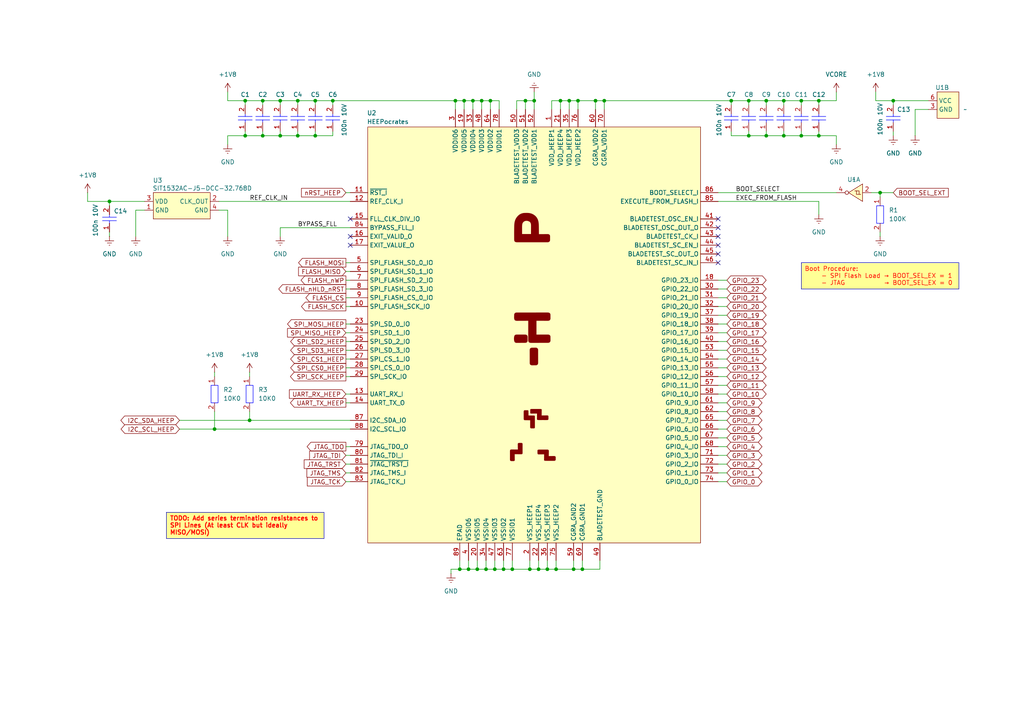
<source format=kicad_sch>
(kicad_sch (version 20231120) (generator "eeschema") (generator_version "8.0")
  (paper "A4")
  (lib_symbols
    (symbol "X-MODs_SchLib:CRCW0402100KFKEDC"
      (property "Reference" "R" (at -4.064 5.588 0))
      (property "Value" "100K" (at -4.064 3.302 0))
      (symbol "CRCW0402100KFKEDC_1_1"
        (pin passive line (at -5.08 0 0) (length 2.54) (name "") (number "1"))
        (pin passive line (at 5.08 0 180) (length 2.54) (name "") (number "2"))
      )
    )
    (symbol "X-MODs_SchLib:CRCW040210K0FKEDHP"
      (property "Reference" "R" (at -4.064 5.588 0))
      (property "Value" "10K0" (at -4.064 3.302 0))
      (symbol "CRCW040210K0FKEDHP_1_1"
        (pin passive line (at -5.08 0 0) (length 2.54) (name "") (number "1"))
        (pin passive line (at 5.08 0 180) (length 2.54) (name "") (number "2"))
      )
    )
    (symbol "X-MODs_SchLib:GRM155R71A104JA01D"
      (property "Reference" "C" (at -4.826 5.588 0))
      (property "Value" "100n 10V" (at -4.826 3.302 0))
      (symbol "GRM155R71A104JA01D_1_1"
        (pin passive line (at -3.81 0 0) (length 2.54) (name "") (number "1"))
        (pin passive line (at 3.81 0 180) (length 2.54) (name "") (number "2"))
      )
    )
    (symbol "X-MODs_SchLib:HEEPocrates"
      (property "Reference" "U" (at -0.254 2.794 0))
      (property "Value" " HEEPocrates" (at -1.27 1.016 0))
      (symbol "HEEPocrates_1_1"
        (pin power_in line (at 53.34 5.08 270) (length 5.08) (name "VDD_HEEP1") (number "1"))
        (pin bidirectional line (at -5.08 -52.07 0) (length 5.08) (name "SPI_FLASH_SCK_IO") (number "10"))
        (pin input line (at -5.08 -19.05 0) (length 5.08) (name "~{RST_I}") (number "11"))
        (pin input line (at -5.08 -21.59 0) (length 5.08) (name "REF_CLK_I") (number "12"))
        (pin bidirectional line (at -5.08 -77.47 0) (length 5.08) (name "UART_RX_I") (number "13"))
        (pin bidirectional line (at -5.08 -80.01 0) (length 5.08) (name "UART_TX_O") (number "14"))
        (pin bidirectional line (at -5.08 -26.67 0) (length 5.08) (name "FLL_CLK_DIV_IO") (number "15"))
        (pin bidirectional line (at -5.08 -31.75 0) (length 5.08) (name "EXIT_VALID_O") (number "16"))
        (pin bidirectional line (at -5.08 -34.29 0) (length 5.08) (name "EXIT_VALUE_O") (number "17"))
        (pin bidirectional line (at 101.6 -44.45 180) (length 5.08) (name "GPIO_23_IO") (number "18"))
        (pin power_in line (at 27.94 5.08 270) (length 5.08) (name "VDDIO5") (number "19"))
        (pin power_in line (at 46.99 -125.73 90) (length 5.08) (name "VSS_HEEP1") (number "2"))
        (pin power_in line (at 31.75 -125.73 90) (length 5.08) (name "VSSIO5") (number "20"))
        (pin power_in line (at 55.88 5.08 270) (length 5.08) (name "VDD_HEEP4") (number "21"))
        (pin power_in line (at 49.53 -125.73 90) (length 5.08) (name "VSS_HEEP4") (number "22"))
        (pin bidirectional line (at -5.08 -57.15 0) (length 5.08) (name "SPI_SD_0_IO") (number "23"))
        (pin bidirectional line (at -5.08 -59.69 0) (length 5.08) (name "SPI_SD_1_IO") (number "24"))
        (pin bidirectional line (at -5.08 -62.23 0) (length 5.08) (name "SPI_SD_2_IO") (number "25"))
        (pin bidirectional line (at -5.08 -64.77 0) (length 5.08) (name "SPI_SD_3_IO") (number "26"))
        (pin bidirectional line (at -5.08 -67.31 0) (length 5.08) (name "SPI_CS_1_IO") (number "27"))
        (pin bidirectional line (at -5.08 -69.85 0) (length 5.08) (name "SPI_CS_0_IO") (number "28"))
        (pin bidirectional line (at -5.08 -72.39 0) (length 5.08) (name "SPI_SCK_IO") (number "29"))
        (pin power_in line (at 25.4 5.08 270) (length 5.08) (name "VDDIO6") (number "3"))
        (pin bidirectional line (at 101.6 -46.99 180) (length 5.08) (name "GPIO_22_IO") (number "30"))
        (pin bidirectional line (at 101.6 -49.53 180) (length 5.08) (name "GPIO_21_IO") (number "31"))
        (pin bidirectional line (at 101.6 -52.07 180) (length 5.08) (name "GPIO_20_IO") (number "32"))
        (pin power_in line (at 30.48 5.08 270) (length 5.08) (name "VDDIO4") (number "33"))
        (pin power_in line (at 34.29 -125.73 90) (length 5.08) (name "VSSIO4") (number "34"))
        (pin power_in line (at 58.42 5.08 270) (length 5.08) (name "VDD_HEEP3") (number "35"))
        (pin power_in line (at 52.07 -125.73 90) (length 5.08) (name "VSS_HEEP3") (number "36"))
        (pin bidirectional line (at 101.6 -54.61 180) (length 5.08) (name "GPIO_19_IO") (number "37"))
        (pin bidirectional line (at 101.6 -57.15 180) (length 5.08) (name "GPIO_18_IO") (number "38"))
        (pin bidirectional line (at 101.6 -59.69 180) (length 5.08) (name "GPIO_17_IO") (number "39"))
        (pin power_in line (at 29.21 -125.73 90) (length 5.08) (name "VSSIO6") (number "4"))
        (pin bidirectional line (at 101.6 -62.23 180) (length 5.08) (name "GPIO_16_IO") (number "40"))
        (pin input line (at 101.6 -26.67 180) (length 5.08) (name "BLADETEST_OSC_EN_I") (number "41"))
        (pin output line (at 101.6 -29.21 180) (length 5.08) (name "BLADETEST_OSC_OUT_O") (number "42"))
        (pin input line (at 101.6 -31.75 180) (length 5.08) (name "BLADETEST_CK_I") (number "43"))
        (pin input line (at 101.6 -34.29 180) (length 5.08) (name "BLADETEST_SC_EN_I") (number "44"))
        (pin output line (at 101.6 -36.83 180) (length 5.08) (name "BLADETEST_SC_OUT_O") (number "45"))
        (pin input line (at 101.6 -39.37 180) (length 5.08) (name "BLADETEST_SC_IN_I") (number "46"))
        (pin power_in line (at 36.83 -125.73 90) (length 5.08) (name "VSSIO3") (number "47"))
        (pin power_in line (at 33.02 5.08 270) (length 5.08) (name "VDDIO3") (number "48"))
        (pin power_in line (at 67.31 -125.73 90) (length 5.08) (name "BLADETEST_GND") (number "49"))
        (pin bidirectional line (at -5.08 -39.37 0) (length 5.08) (name "SPI_FLASH_SD_0_IO") (number "5"))
        (pin power_in line (at 43.18 5.08 270) (length 5.08) (name "BLADETEST_VDD3") (number "50"))
        (pin power_in line (at 45.72 5.08 270) (length 5.08) (name "BLADETEST_VDD2") (number "51"))
        (pin power_in line (at 48.26 5.08 270) (length 5.08) (name "BLADETEST_VDD1") (number "52"))
        (pin bidirectional line (at 101.6 -64.77 180) (length 5.08) (name "GPIO_15_IO") (number "53"))
        (pin bidirectional line (at 101.6 -67.31 180) (length 5.08) (name "GPIO_14_IO") (number "54"))
        (pin bidirectional line (at 101.6 -69.85 180) (length 5.08) (name "GPIO_13_IO") (number "55"))
        (pin bidirectional line (at 101.6 -72.39 180) (length 5.08) (name "GPIO_12_IO") (number "56"))
        (pin bidirectional line (at 101.6 -74.93 180) (length 5.08) (name "GPIO_11_IO") (number "57"))
        (pin bidirectional line (at 101.6 -77.47 180) (length 5.08) (name "GPIO_10_IO") (number "58"))
        (pin power_in line (at 59.69 -125.73 90) (length 5.08) (name "CGRA_GND2") (number "59"))
        (pin bidirectional line (at -5.08 -41.91 0) (length 5.08) (name "SPI_FLASH_SD_1_IO") (number "6"))
        (pin power_in line (at 66.04 5.08 270) (length 5.08) (name "CGRA_VDD2") (number "60"))
        (pin bidirectional line (at 101.6 -80.01 180) (length 5.08) (name "GPIO_9_IO") (number "61"))
        (pin bidirectional line (at 101.6 -82.55 180) (length 5.08) (name "GPIO_8_IO") (number "62"))
        (pin power_in line (at 39.37 -125.73 90) (length 5.08) (name "VSSIO2") (number "63"))
        (pin power_in line (at 35.56 5.08 270) (length 5.08) (name "VDDIO2") (number "64"))
        (pin bidirectional line (at 101.6 -85.09 180) (length 5.08) (name "GPIO_7_IO") (number "65"))
        (pin bidirectional line (at 101.6 -87.63 180) (length 5.08) (name "GPIO_6_IO") (number "66"))
        (pin bidirectional line (at 101.6 -90.17 180) (length 5.08) (name "GPIO_5_IO") (number "67"))
        (pin bidirectional line (at 101.6 -92.71 180) (length 5.08) (name "GPIO_4_IO") (number "68"))
        (pin power_in line (at 62.23 -125.73 90) (length 5.08) (name "CGRA_GND1") (number "69"))
        (pin bidirectional line (at -5.08 -44.45 0) (length 5.08) (name "SPI_FLASH_SD_2_IO") (number "7"))
        (pin power_in line (at 68.58 5.08 270) (length 5.08) (name "CGRA_VDD1") (number "70"))
        (pin bidirectional line (at 101.6 -95.25 180) (length 5.08) (name "GPIO_3_IO") (number "71"))
        (pin bidirectional line (at 101.6 -97.79 180) (length 5.08) (name "GPIO_2_IO") (number "72"))
        (pin bidirectional line (at 101.6 -100.33 180) (length 5.08) (name "GPIO_1_IO") (number "73"))
        (pin bidirectional line (at 101.6 -102.87 180) (length 5.08) (name "GPIO_0_IO") (number "74"))
        (pin power_in line (at 54.61 -125.73 90) (length 5.08) (name "VSS_HEEP2") (number "75"))
        (pin power_in line (at 60.96 5.08 270) (length 5.08) (name "VDD_HEEP2") (number "76"))
        (pin power_in line (at 41.91 -125.73 90) (length 5.08) (name "VSSIO1") (number "77"))
        (pin power_in line (at 38.1 5.08 270) (length 5.08) (name "VDDIO1") (number "78"))
        (pin output line (at -5.08 -92.71 0) (length 5.08) (name "JTAG_TDO_O") (number "79"))
        (pin bidirectional line (at -5.08 -46.99 0) (length 5.08) (name "SPI_FLASH_SD_3_IO") (number "8"))
        (pin input line (at -5.08 -95.25 0) (length 5.08) (name "JTAG_TDI_I") (number "80"))
        (pin input line (at -5.08 -97.79 0) (length 5.08) (name "~{JTAG_TRST_I}") (number "81"))
        (pin input line (at -5.08 -100.33 0) (length 5.08) (name "JTAG_TMS_I") (number "82"))
        (pin input line (at -5.08 -102.87 0) (length 5.08) (name "JTAG_TCK_I") (number "83"))
        (pin input line (at -5.08 -29.21 0) (length 5.08) (name "BYPASS_FLL_I") (number "84"))
        (pin input line (at 101.6 -21.59 180) (length 5.08) (name "EXECUTE_FROM_FLASH_I") (number "85"))
        (pin input line (at 101.6 -19.05 180) (length 5.08) (name "BOOT_SELECT_I") (number "86"))
        (pin bidirectional line (at -5.08 -85.09 0) (length 5.08) (name "I2C_SDA_IO") (number "87"))
        (pin bidirectional line (at -5.08 -87.63 0) (length 5.08) (name "I2C_SCL_IO") (number "88"))
        (pin power_in line (at 26.67 -125.73 90) (length 5.08) (name "EPAD") (number "89"))
        (pin bidirectional line (at -5.08 -49.53 0) (length 5.08) (name "SPI_FLASH_CS_0_IO") (number "9"))
      )
    )
    (symbol "X-MODs_SchLib:SIT1532AC-J5-DCC-32.768D"
      (property "Reference" "U" (at -0.254 2.794 0))
      (property "Value" "SIT1532AC-J5-DCC-32.768D" (at -0.254 1.016 0))
      (symbol "SIT1532AC-J5-DCC-32.768D_1_1"
        (pin passive line (at -2.54 -5.08 0) (length 2.54) (name "GND") (number "1"))
        (pin passive line (at 19.05 -2.54 180) (length 2.54) (name "CLK_OUT") (number "2"))
        (pin passive line (at -2.54 -2.54 0) (length 2.54) (name "VDD") (number "3"))
        (pin passive line (at 19.05 -5.08 180) (length 2.54) (name "GND") (number "4"))
      )
    )
    (symbol "X-MODs_SchLib:SN74AUP1G14DSFR"
      (property "Reference" "U" (at 0.762 1.016 0))
      (symbol "SN74AUP1G14DSFR_1_1"
        (pin passive line (at -2.54 -2.54 0) (length 2.54) (name "") (number "2"))
        (pin passive line (at 7.62 -2.54 180) (length 2.54) (name "") (number "4"))
      )
      (symbol "SN74AUP1G14DSFR_2_1"
        (pin no_connect line (at 6.35 -1.27 180) (length 2.54) hide (name "") (number "1"))
        (pin passive line (at -2.54 -5.08 0) (length 2.54) (name "GND") (number "3"))
        (pin no_connect line (at 6.35 -6.35 180) (length 2.54) hide (name "") (number "5"))
        (pin passive line (at -2.54 -2.54 0) (length 2.54) (name "VCC") (number "6"))
      )
    )
    (symbol "power:+1V8" (power) (pin_numbers hide) (pin_names (offset 0) hide)
      (property "Value" "+1V8" (at 0 3.556 0))
      (symbol "+1V8_1_1"
        (pin power_in line (at 0 0 90) (length 0) (name "~") (number "1"))
      )
    )
    (symbol "power:Earth" (power) (pin_numbers hide) (pin_names (offset 0) hide)
      (property "Value" "Earth" (at 0 -3.81 0))
      (symbol "Earth_1_1"
        (pin power_in line (at 0 0 270) (length 0) (name "~") (number "1"))
      )
    )
  )
  (junction (at 222.25 29.21))
  (junction (at 232.41 39.37))
  (junction (at 137.16 29.21))
  (junction (at 217.17 29.21))
  (junction (at 167.64 29.21))
  (junction (at 168.91 165.1))
  (junction (at 172.72 29.21))
  (junction (at 146.05 165.1))
  (junction (at 71.12 29.21))
  (junction (at 259.08 29.21))
  (junction (at 134.62 29.21))
  (junction (at 255.27 55.88))
  (junction (at 148.59 165.1))
  (junction (at 227.33 29.21))
  (junction (at 76.2 29.21))
  (junction (at 62.23 124.46))
  (junction (at 156.21 165.1))
  (junction (at 212.09 29.21))
  (junction (at 232.41 29.21))
  (junction (at 158.75 165.1))
  (junction (at 237.49 39.37))
  (junction (at 138.43 165.1))
  (junction (at 142.24 29.21))
  (junction (at 217.17 39.37))
  (junction (at 133.35 165.1))
  (junction (at 161.29 165.1))
  (junction (at 132.08 29.21))
  (junction (at 227.33 39.37))
  (junction (at 152.4 29.21))
  (junction (at 91.44 29.21))
  (junction (at 237.49 29.21))
  (junction (at 153.67 165.1))
  (junction (at 140.97 165.1))
  (junction (at 86.36 39.37))
  (junction (at 31.75 58.42))
  (junction (at 154.94 29.21))
  (junction (at 96.52 29.21))
  (junction (at 91.44 39.37))
  (junction (at 166.37 165.1))
  (junction (at 162.56 29.21))
  (junction (at 81.28 29.21))
  (junction (at 175.26 29.21))
  (junction (at 143.51 165.1))
  (junction (at 222.25 39.37))
  (junction (at 165.1 29.21))
  (junction (at 139.7 29.21))
  (junction (at 76.2 39.37))
  (junction (at 135.89 165.1))
  (junction (at 71.12 39.37))
  (junction (at 72.39 121.92))
  (junction (at 81.28 39.37))
  (junction (at 86.36 29.21))
  (no_connect (at 208.28 73.66))
  (no_connect (at 208.28 66.04))
  (no_connect (at 208.28 76.2))
  (no_connect (at 101.6 63.5))
  (no_connect (at 208.28 68.58))
  (no_connect (at 101.6 71.12))
  (no_connect (at 208.28 71.12))
  (no_connect (at 208.28 63.5))
  (no_connect (at 101.6 68.58))
  (wire (pts (xy 100.33 83.82) (xy 101.6 83.82)))
  (wire (pts (xy 148.59 165.1) (xy 146.05 165.1)))
  (wire (pts (xy 208.28 132.08) (xy 210.82 132.08)))
  (wire (pts (xy 66.04 39.37) (xy 71.12 39.37)))
  (wire (pts (xy 222.25 39.37) (xy 222.25 38.1)))
  (wire (pts (xy 149.86 29.21) (xy 152.4 29.21)))
  (wire (pts (xy 208.28 139.7) (xy 210.82 139.7)))
  (wire (pts (xy 242.57 29.21) (xy 237.49 29.21)))
  (wire (pts (xy 25.4 55.88) (xy 25.4 58.42)))
  (wire (pts (xy 167.64 29.21) (xy 167.64 31.75)))
  (wire (pts (xy 208.28 109.22) (xy 210.82 109.22)))
  (wire (pts (xy 255.27 55.88) (xy 255.27 57.15)))
  (wire (pts (xy 143.51 162.56) (xy 143.51 165.1)))
  (wire (pts (xy 91.44 29.21) (xy 91.44 30.48)))
  (wire (pts (xy 100.33 86.36) (xy 101.6 86.36)))
  (wire (pts (xy 100.33 132.08) (xy 101.6 132.08)))
  (wire (pts (xy 172.72 29.21) (xy 175.26 29.21)))
  (wire (pts (xy 208.28 99.06) (xy 210.82 99.06)))
  (wire (pts (xy 161.29 165.1) (xy 166.37 165.1)))
  (wire (pts (xy 100.33 116.84) (xy 101.6 116.84)))
  (wire (pts (xy 154.94 26.67) (xy 154.94 29.21)))
  (wire (pts (xy 130.81 165.1) (xy 133.35 165.1)))
  (wire (pts (xy 100.33 134.62) (xy 101.6 134.62)))
  (wire (pts (xy 232.41 29.21) (xy 237.49 29.21)))
  (wire (pts (xy 71.12 39.37) (xy 76.2 39.37)))
  (wire (pts (xy 137.16 29.21) (xy 137.16 31.75)))
  (wire (pts (xy 208.28 124.46) (xy 210.82 124.46)))
  (wire (pts (xy 139.7 29.21) (xy 139.7 31.75)))
  (wire (pts (xy 100.33 106.68) (xy 101.6 106.68)))
  (wire (pts (xy 100.33 81.28) (xy 101.6 81.28)))
  (wire (pts (xy 158.75 162.56) (xy 158.75 165.1)))
  (wire (pts (xy 160.02 29.21) (xy 160.02 31.75)))
  (wire (pts (xy 242.57 39.37) (xy 237.49 39.37)))
  (wire (pts (xy 25.4 58.42) (xy 31.75 58.42)))
  (wire (pts (xy 242.57 41.91) (xy 242.57 39.37)))
  (wire (pts (xy 134.62 29.21) (xy 134.62 31.75)))
  (wire (pts (xy 208.28 127) (xy 210.82 127)))
  (wire (pts (xy 100.33 55.88) (xy 101.6 55.88)))
  (wire (pts (xy 154.94 29.21) (xy 154.94 31.75)))
  (wire (pts (xy 100.33 139.7) (xy 101.6 139.7)))
  (wire (pts (xy 100.33 114.3) (xy 101.6 114.3)))
  (wire (pts (xy 91.44 29.21) (xy 96.52 29.21)))
  (wire (pts (xy 254 26.67) (xy 254 29.21)))
  (wire (pts (xy 259.08 38.1) (xy 259.08 39.37)))
  (wire (pts (xy 175.26 29.21) (xy 212.09 29.21)))
  (wire (pts (xy 156.21 165.1) (xy 153.67 165.1)))
  (wire (pts (xy 167.64 29.21) (xy 172.72 29.21)))
  (wire (pts (xy 168.91 162.56) (xy 168.91 165.1)))
  (wire (pts (xy 100.33 99.06) (xy 101.6 99.06)))
  (wire (pts (xy 71.12 29.21) (xy 76.2 29.21)))
  (wire (pts (xy 165.1 29.21) (xy 167.64 29.21)))
  (wire (pts (xy 212.09 38.1) (xy 212.09 39.37)))
  (wire (pts (xy 148.59 162.56) (xy 148.59 165.1)))
  (wire (pts (xy 208.28 104.14) (xy 210.82 104.14)))
  (wire (pts (xy 165.1 29.21) (xy 165.1 31.75)))
  (wire (pts (xy 96.52 29.21) (xy 132.08 29.21)))
  (wire (pts (xy 52.07 124.46) (xy 62.23 124.46)))
  (wire (pts (xy 100.33 93.98) (xy 101.6 93.98)))
  (wire (pts (xy 217.17 39.37) (xy 222.25 39.37)))
  (wire (pts (xy 100.33 88.9) (xy 101.6 88.9)))
  (wire (pts (xy 96.52 29.21) (xy 96.52 30.48)))
  (wire (pts (xy 140.97 162.56) (xy 140.97 165.1)))
  (wire (pts (xy 81.28 39.37) (xy 86.36 39.37)))
  (wire (pts (xy 96.52 39.37) (xy 91.44 39.37)))
  (wire (pts (xy 146.05 162.56) (xy 146.05 165.1)))
  (wire (pts (xy 208.28 93.98) (xy 210.82 93.98)))
  (wire (pts (xy 208.28 81.28) (xy 210.82 81.28)))
  (wire (pts (xy 72.39 121.92) (xy 101.6 121.92)))
  (wire (pts (xy 173.99 162.56) (xy 173.99 165.1)))
  (wire (pts (xy 259.08 29.21) (xy 259.08 30.48)))
  (wire (pts (xy 96.52 38.1) (xy 96.52 39.37)))
  (wire (pts (xy 31.75 58.42) (xy 31.75 59.69)))
  (wire (pts (xy 208.28 137.16) (xy 210.82 137.16)))
  (wire (pts (xy 142.24 29.21) (xy 142.24 31.75)))
  (wire (pts (xy 156.21 165.1) (xy 158.75 165.1)))
  (wire (pts (xy 71.12 38.1) (xy 71.12 39.37)))
  (wire (pts (xy 101.6 58.42) (xy 63.5 58.42)))
  (wire (pts (xy 130.81 165.1) (xy 130.81 166.37)))
  (wire (pts (xy 227.33 29.21) (xy 232.41 29.21)))
  (wire (pts (xy 148.59 165.1) (xy 153.67 165.1)))
  (wire (pts (xy 265.43 31.75) (xy 265.43 39.37)))
  (wire (pts (xy 100.33 76.2) (xy 101.6 76.2)))
  (wire (pts (xy 133.35 165.1) (xy 135.89 165.1)))
  (wire (pts (xy 212.09 39.37) (xy 217.17 39.37)))
  (wire (pts (xy 91.44 38.1) (xy 91.44 39.37)))
  (wire (pts (xy 86.36 29.21) (xy 86.36 30.48)))
  (wire (pts (xy 81.28 66.04) (xy 81.28 68.58)))
  (wire (pts (xy 139.7 29.21) (xy 137.16 29.21)))
  (wire (pts (xy 149.86 31.75) (xy 149.86 29.21)))
  (wire (pts (xy 100.33 129.54) (xy 101.6 129.54)))
  (wire (pts (xy 41.91 60.96) (xy 39.37 60.96)))
  (wire (pts (xy 237.49 39.37) (xy 232.41 39.37)))
  (wire (pts (xy 100.33 101.6) (xy 101.6 101.6)))
  (wire (pts (xy 76.2 29.21) (xy 76.2 30.48)))
  (wire (pts (xy 208.28 129.54) (xy 210.82 129.54)))
  (wire (pts (xy 135.89 165.1) (xy 135.89 162.56)))
  (wire (pts (xy 63.5 60.96) (xy 66.04 60.96)))
  (wire (pts (xy 208.28 111.76) (xy 210.82 111.76)))
  (wire (pts (xy 161.29 162.56) (xy 161.29 165.1)))
  (wire (pts (xy 208.28 58.42) (xy 237.49 58.42)))
  (wire (pts (xy 162.56 29.21) (xy 162.56 31.75)))
  (wire (pts (xy 222.25 29.21) (xy 222.25 30.48)))
  (wire (pts (xy 86.36 39.37) (xy 91.44 39.37)))
  (wire (pts (xy 237.49 29.21) (xy 237.49 30.48)))
  (wire (pts (xy 222.25 39.37) (xy 227.33 39.37)))
  (wire (pts (xy 71.12 30.48) (xy 71.12 29.21)))
  (wire (pts (xy 208.28 114.3) (xy 210.82 114.3)))
  (wire (pts (xy 237.49 38.1) (xy 237.49 39.37)))
  (wire (pts (xy 208.28 86.36) (xy 210.82 86.36)))
  (wire (pts (xy 140.97 165.1) (xy 138.43 165.1)))
  (wire (pts (xy 100.33 96.52) (xy 101.6 96.52)))
  (wire (pts (xy 100.33 109.22) (xy 101.6 109.22)))
  (wire (pts (xy 208.28 83.82) (xy 210.82 83.82)))
  (wire (pts (xy 208.28 96.52) (xy 210.82 96.52)))
  (wire (pts (xy 100.33 104.14) (xy 101.6 104.14)))
  (wire (pts (xy 222.25 29.21) (xy 227.33 29.21)))
  (wire (pts (xy 237.49 58.42) (xy 237.49 62.23)))
  (wire (pts (xy 86.36 39.37) (xy 86.36 38.1)))
  (wire (pts (xy 41.91 58.42) (xy 31.75 58.42)))
  (wire (pts (xy 166.37 162.56) (xy 166.37 165.1)))
  (wire (pts (xy 81.28 29.21) (xy 81.28 30.48)))
  (wire (pts (xy 132.08 29.21) (xy 132.08 31.75)))
  (wire (pts (xy 217.17 29.21) (xy 217.17 30.48)))
  (wire (pts (xy 242.57 26.67) (xy 242.57 29.21)))
  (wire (pts (xy 137.16 29.21) (xy 134.62 29.21)))
  (wire (pts (xy 52.07 121.92) (xy 72.39 121.92)))
  (wire (pts (xy 161.29 165.1) (xy 158.75 165.1)))
  (wire (pts (xy 81.28 39.37) (xy 81.28 38.1)))
  (wire (pts (xy 76.2 29.21) (xy 81.28 29.21)))
  (wire (pts (xy 100.33 78.74) (xy 101.6 78.74)))
  (wire (pts (xy 39.37 60.96) (xy 39.37 68.58)))
  (wire (pts (xy 138.43 165.1) (xy 135.89 165.1)))
  (wire (pts (xy 156.21 162.56) (xy 156.21 165.1)))
  (wire (pts (xy 62.23 107.95) (xy 62.23 109.22)))
  (wire (pts (xy 208.28 106.68) (xy 210.82 106.68)))
  (wire (pts (xy 76.2 39.37) (xy 81.28 39.37)))
  (wire (pts (xy 212.09 30.48) (xy 212.09 29.21)))
  (wire (pts (xy 208.28 88.9) (xy 210.82 88.9)))
  (wire (pts (xy 144.78 31.75) (xy 144.78 29.21)))
  (wire (pts (xy 81.28 66.04) (xy 101.6 66.04)))
  (wire (pts (xy 208.28 119.38) (xy 210.82 119.38)))
  (wire (pts (xy 232.41 38.1) (xy 232.41 39.37)))
  (wire (pts (xy 162.56 29.21) (xy 165.1 29.21)))
  (wire (pts (xy 265.43 31.75) (xy 269.24 31.75)))
  (wire (pts (xy 72.39 119.38) (xy 72.39 121.92)))
  (wire (pts (xy 227.33 29.21) (xy 227.33 30.48)))
  (wire (pts (xy 62.23 124.46) (xy 101.6 124.46)))
  (wire (pts (xy 86.36 29.21) (xy 91.44 29.21)))
  (wire (pts (xy 217.17 29.21) (xy 222.25 29.21)))
  (wire (pts (xy 81.28 29.21) (xy 86.36 29.21)))
  (wire (pts (xy 144.78 29.21) (xy 142.24 29.21)))
  (wire (pts (xy 168.91 165.1) (xy 166.37 165.1)))
  (wire (pts (xy 227.33 39.37) (xy 227.33 38.1)))
  (wire (pts (xy 255.27 67.31) (xy 255.27 68.58)))
  (wire (pts (xy 168.91 165.1) (xy 173.99 165.1)))
  (wire (pts (xy 66.04 26.67) (xy 66.04 29.21)))
  (wire (pts (xy 160.02 29.21) (xy 162.56 29.21)))
  (wire (pts (xy 138.43 162.56) (xy 138.43 165.1)))
  (wire (pts (xy 208.28 116.84) (xy 210.82 116.84)))
  (wire (pts (xy 208.28 91.44) (xy 210.82 91.44)))
  (wire (pts (xy 254 29.21) (xy 259.08 29.21)))
  (wire (pts (xy 152.4 29.21) (xy 152.4 31.75)))
  (wire (pts (xy 143.51 165.1) (xy 140.97 165.1)))
  (wire (pts (xy 31.75 67.31) (xy 31.75 68.58)))
  (wire (pts (xy 208.28 134.62) (xy 210.82 134.62)))
  (wire (pts (xy 146.05 165.1) (xy 143.51 165.1)))
  (wire (pts (xy 66.04 29.21) (xy 71.12 29.21)))
  (wire (pts (xy 152.4 29.21) (xy 154.94 29.21)))
  (wire (pts (xy 227.33 39.37) (xy 232.41 39.37)))
  (wire (pts (xy 62.23 119.38) (xy 62.23 124.46)))
  (wire (pts (xy 208.28 121.92) (xy 210.82 121.92)))
  (wire (pts (xy 232.41 29.21) (xy 232.41 30.48)))
  (wire (pts (xy 208.28 101.6) (xy 210.82 101.6)))
  (wire (pts (xy 153.67 162.56) (xy 153.67 165.1)))
  (wire (pts (xy 259.08 29.21) (xy 269.24 29.21)))
  (wire (pts (xy 208.28 55.88) (xy 242.57 55.88)))
  (wire (pts (xy 175.26 29.21) (xy 175.26 31.75)))
  (wire (pts (xy 66.04 60.96) (xy 66.04 68.58)))
  (wire (pts (xy 255.27 55.88) (xy 259.08 55.88)))
  (wire (pts (xy 217.17 39.37) (xy 217.17 38.1)))
  (wire (pts (xy 172.72 29.21) (xy 172.72 31.75)))
  (wire (pts (xy 100.33 137.16) (xy 101.6 137.16)))
  (wire (pts (xy 252.73 55.88) (xy 255.27 55.88)))
  (wire (pts (xy 134.62 29.21) (xy 132.08 29.21)))
  (wire (pts (xy 133.35 162.56) (xy 133.35 165.1)))
  (wire (pts (xy 72.39 107.95) (xy 72.39 109.22)))
  (wire (pts (xy 76.2 39.37) (xy 76.2 38.1)))
  (wire (pts (xy 142.24 29.21) (xy 139.7 29.21)))
  (wire (pts (xy 212.09 29.21) (xy 217.17 29.21)))
  (wire (pts (xy 66.04 41.91) (xy 66.04 39.37)))
  (text_box "Boot Procedure:\n	- SPI Flash Load → BOOT_SEL_EX = 1\n	- JTAG		   → BOOT_SEL_EX = 0" (at 232.41 76.2 0) (size 45.72 7.62) (fill (type color) (color 255 255 150 1)) (effects (font (size 1.27 1.27)) (justify left top)))
  (text_box "TODO: Add series termination resistances to SPI Lines (At least CLK but ideally MISO/MOSI)" (at 48.26 148.59 0) (size 45.72 7.62) (fill (type color) (color 255 255 150 1)) (effects (font (size 1.27 1.27) (thickness 0.254) (bold yes)) (justify left top)))
  (label "BYPASS_FLL" (at 86.36 66.04 0))
  (label "BOOT_SELECT" (at 213.36 55.88 0))
  (label "REF_CLK_IN" (at 72.39 58.42 0))
  (label "EXEC_FROM_FLASH" (at 213.36 58.42 0))
  (global_label "SPI_CS0_HEEP" (shape output) (at 100.33 106.68 180) (property "Intersheetrefs" "${INTERSHEET_REFS}" (effects (hide yes))))
  (global_label "GPIO_21" (shape bidirectional) (at 210.82 86.36 0) (property "Intersheetrefs" "${INTERSHEET_REFS}" (effects (hide yes))))
  (global_label "GPIO_7" (shape bidirectional) (at 210.82 121.92 0) (property "Intersheetrefs" "${INTERSHEET_REFS}" (effects (hide yes))))
  (global_label "SPI_MISO_HEEP" (shape input) (at 100.33 96.52 180) (property "Intersheetrefs" "${INTERSHEET_REFS}" (effects (hide yes))))
  (global_label "GPIO_15" (shape bidirectional) (at 210.82 101.6 0) (property "Intersheetrefs" "${INTERSHEET_REFS}" (effects (hide yes))))
  (global_label "GPIO_17" (shape bidirectional) (at 210.82 96.52 0) (property "Intersheetrefs" "${INTERSHEET_REFS}" (effects (hide yes))))
  (global_label "GPIO_12" (shape bidirectional) (at 210.82 109.22 0) (property "Intersheetrefs" "${INTERSHEET_REFS}" (effects (hide yes))))
  (global_label "GPIO_10" (shape bidirectional) (at 210.82 114.3 0) (property "Intersheetrefs" "${INTERSHEET_REFS}" (effects (hide yes))))
  (global_label "GPIO_18" (shape bidirectional) (at 210.82 93.98 0) (property "Intersheetrefs" "${INTERSHEET_REFS}" (effects (hide yes))))
  (global_label "GPIO_11" (shape bidirectional) (at 210.82 111.76 0) (property "Intersheetrefs" "${INTERSHEET_REFS}" (effects (hide yes))))
  (global_label "FLASH_MISO" (shape input) (at 100.33 78.74 180) (property "Intersheetrefs" "${INTERSHEET_REFS}" (effects (hide yes))))
  (global_label "JTAG_TDO" (shape output) (at 100.33 129.54 180) (property "Intersheetrefs" "${INTERSHEET_REFS}" (effects (hide yes))))
  (global_label "nRST_HEEP" (shape input) (at 100.33 55.88 180) (property "Intersheetrefs" "${INTERSHEET_REFS}" (effects (hide yes))))
  (global_label "SPI_SD3_HEEP" (shape output) (at 100.33 101.6 180) (property "Intersheetrefs" "${INTERSHEET_REFS}" (effects (hide yes))))
  (global_label "GPIO_4" (shape bidirectional) (at 210.82 129.54 0) (property "Intersheetrefs" "${INTERSHEET_REFS}" (effects (hide yes))))
  (global_label "JTAG_TMS" (shape input) (at 100.33 137.16 180) (property "Intersheetrefs" "${INTERSHEET_REFS}" (effects (hide yes))))
  (global_label "GPIO_23" (shape bidirectional) (at 210.82 81.28 0) (property "Intersheetrefs" "${INTERSHEET_REFS}" (effects (hide yes))))
  (global_label "FLASH_SCK" (shape output) (at 100.33 88.9 180) (property "Intersheetrefs" "${INTERSHEET_REFS}" (effects (hide yes))))
  (global_label "GPIO_9" (shape bidirectional) (at 210.82 116.84 0) (property "Intersheetrefs" "${INTERSHEET_REFS}" (effects (hide yes))))
  (global_label "GPIO_19" (shape bidirectional) (at 210.82 91.44 0) (property "Intersheetrefs" "${INTERSHEET_REFS}" (effects (hide yes))))
  (global_label "I2C_SDA_HEEP" (shape bidirectional) (at 52.07 121.92 180) (property "Intersheetrefs" "${INTERSHEET_REFS}" (effects (hide yes))))
  (global_label "GPIO_16" (shape bidirectional) (at 210.82 99.06 0) (property "Intersheetrefs" "${INTERSHEET_REFS}" (effects (hide yes))))
  (global_label "UART_TX_HEEP" (shape output) (at 100.33 116.84 180) (property "Intersheetrefs" "${INTERSHEET_REFS}" (effects (hide yes))))
  (global_label "I2C_SCL_HEEP" (shape bidirectional) (at 52.07 124.46 180) (property "Intersheetrefs" "${INTERSHEET_REFS}" (effects (hide yes))))
  (global_label "GPIO_2" (shape bidirectional) (at 210.82 134.62 0) (property "Intersheetrefs" "${INTERSHEET_REFS}" (effects (hide yes))))
  (global_label "JTAG_TDI" (shape input) (at 100.33 132.08 180) (property "Intersheetrefs" "${INTERSHEET_REFS}" (effects (hide yes))))
  (global_label "FLASH_nHLD_nRST" (shape output) (at 100.33 83.82 180) (property "Intersheetrefs" "${INTERSHEET_REFS}" (effects (hide yes))))
  (global_label "UART_RX_HEEP" (shape input) (at 100.33 114.3 180) (property "Intersheetrefs" "${INTERSHEET_REFS}" (effects (hide yes))))
  (global_label "GPIO_8" (shape bidirectional) (at 210.82 119.38 0) (property "Intersheetrefs" "${INTERSHEET_REFS}" (effects (hide yes))))
  (global_label "FLASH_nWP" (shape output) (at 100.33 81.28 180) (property "Intersheetrefs" "${INTERSHEET_REFS}" (effects (hide yes))))
  (global_label "GPIO_6" (shape bidirectional) (at 210.82 124.46 0) (property "Intersheetrefs" "${INTERSHEET_REFS}" (effects (hide yes))))
  (global_label "SPI_SD2_HEEP" (shape output) (at 100.33 99.06 180) (property "Intersheetrefs" "${INTERSHEET_REFS}" (effects (hide yes))))
  (global_label "GPIO_1" (shape bidirectional) (at 210.82 137.16 0) (property "Intersheetrefs" "${INTERSHEET_REFS}" (effects (hide yes))))
  (global_label "GPIO_13" (shape bidirectional) (at 210.82 106.68 0) (property "Intersheetrefs" "${INTERSHEET_REFS}" (effects (hide yes))))
  (global_label "JTAG_TRST" (shape input) (at 100.33 134.62 180) (property "Intersheetrefs" "${INTERSHEET_REFS}" (effects (hide yes))))
  (global_label "GPIO_3" (shape bidirectional) (at 210.82 132.08 0) (property "Intersheetrefs" "${INTERSHEET_REFS}" (effects (hide yes))))
  (global_label "SPI_CS1_HEEP" (shape output) (at 100.33 104.14 180) (property "Intersheetrefs" "${INTERSHEET_REFS}" (effects (hide yes))))
  (global_label "GPIO_14" (shape bidirectional) (at 210.82 104.14 0) (property "Intersheetrefs" "${INTERSHEET_REFS}" (effects (hide yes))))
  (global_label "SPI_SCK_HEEP" (shape output) (at 100.33 109.22 180) (property "Intersheetrefs" "${INTERSHEET_REFS}" (effects (hide yes))))
  (global_label "GPIO_22" (shape bidirectional) (at 210.82 83.82 0) (property "Intersheetrefs" "${INTERSHEET_REFS}" (effects (hide yes))))
  (global_label "FLASH_CS" (shape output) (at 100.33 86.36 180) (property "Intersheetrefs" "${INTERSHEET_REFS}" (effects (hide yes))))
  (global_label "GPIO_5" (shape bidirectional) (at 210.82 127 0) (property "Intersheetrefs" "${INTERSHEET_REFS}" (effects (hide yes))))
  (global_label "JTAG_TCK" (shape input) (at 100.33 139.7 180) (property "Intersheetrefs" "${INTERSHEET_REFS}" (effects (hide yes))))
  (global_label "SPI_MOSI_HEEP" (shape output) (at 100.33 93.98 180) (property "Intersheetrefs" "${INTERSHEET_REFS}" (effects (hide yes))))
  (global_label "FLASH_MOSI" (shape output) (at 100.33 76.2 180) (property "Intersheetrefs" "${INTERSHEET_REFS}" (effects (hide yes))))
  (global_label "GPIO_20" (shape bidirectional) (at 210.82 88.9 0) (property "Intersheetrefs" "${INTERSHEET_REFS}" (effects (hide yes))))
  (global_label "BOOT_SEL_EXT" (shape input) (at 259.08 55.88 0) (property "Intersheetrefs" "${INTERSHEET_REFS}" (effects (hide yes))))
  (global_label "GPIO_0" (shape bidirectional) (at 210.82 139.7 0) (property "Intersheetrefs" "${INTERSHEET_REFS}" (effects (hide yes))))
  (symbol (lib_id "power:+1V8") (at 72.39 107.95 0) (unit 1)
    (property "Reference" "#PWR017" (effects (hide yes)))
    (property "Value" "+1V8" (at 72.39 102.87 0))
    (property "Description" "Power symbol creates a global label with name \"+1V8\"" (effects (hide yes)))
  )
  (symbol (lib_id "power:Earth") (at 66.04 68.58 0) (mirror y) (unit 1)
    (property "Reference" "#PWR013" (effects (hide yes)))
    (property "Value" "GND" (at 66.04 73.66 0))
    (property "Description" "Power symbol creates a global label with name \"Earth\"" (effects (hide yes)))
  )
  (symbol (lib_id "X-MODs_SchLib:GRM155R71A104JA01D") (at 217.17 34.29 90) (unit 1)
    (property "Reference" "C8" (at 217.17 27.432 90))
    (property "Value" "100n 10V" (effects (hide yes)))
    (property "Footprint" "X-MODs_PcbLib:C0402" (effects (hide yes)))
    (property "Datasheet" "https://www.mouser.es/datasheet/2/281/1/GRM155R71A104JA01_01A-1984196.pdf" (effects (hide yes)))
    (property "Description" "Multilayer Ceramic Capacitors MLCC - SMD/SMT 0.1 uF 10 VDC 5% 0402 X7R" (effects (hide yes)))
  )
  (symbol (lib_id "X-MODs_SchLib:CRCW040210K0FKEDHP") (at 72.39 114.3 270) (unit 1)
    (property "Reference" "R3" (at 74.93 113.0299 90) (effects (justify left)))
    (property "Value" "10K0" (at 74.93 115.5699 90) (effects (justify left)))
    (property "Footprint" "X-MODs_PcbLib:R0402" (effects (hide yes)))
    (property "Datasheet" "https://www.vishay.com/doc?20043" (effects (hide yes)))
    (property "Description" "Thick Film Resistors - SMD 0.2W 10Kohms 1% High Power AEC-Q200" (effects (hide yes)))
  )
  (symbol (lib_id "power:Earth") (at 265.43 39.37 0) (mirror y) (unit 1)
    (property "Reference" "#PWR06" (effects (hide yes)))
    (property "Value" "GND" (at 265.43 44.45 0))
    (property "Description" "Power symbol creates a global label with name \"Earth\"" (effects (hide yes)))
  )
  (symbol (lib_id "X-MODs_SchLib:HEEPocrates") (at 106.68 36.83 0) (unit 1)
    (property "Reference" "U2" (at 106.426 32.766 0) (effects (justify left)))
    (property "Value" "HEEPocrates" (at 106.426 35.306 0) (effects (justify left)))
    (property "Footprint" "X-MODs_PcbLib:HEEPocrates" (effects (hide yes)))
    (property "Datasheet" "https://x-heep.readthedocs.io/en/latest/" (effects (hide yes)))
    (property "Description" "HEEPocrates" (effects (hide yes)))
  )
  (symbol (lib_id "X-MODs_SchLib:GRM155R71A104JA01D") (at 81.28 34.29 90) (unit 1)
    (property "Reference" "C3" (at 81.28 27.432 90))
    (property "Value" "100n 10V" (effects (hide yes)))
    (property "Footprint" "X-MODs_PcbLib:C0402" (effects (hide yes)))
    (property "Datasheet" "https://www.mouser.es/datasheet/2/281/1/GRM155R71A104JA01_01A-1984196.pdf" (effects (hide yes)))
    (property "Description" "Multilayer Ceramic Capacitors MLCC - SMD/SMT 0.1 uF 10 VDC 5% 0402 X7R" (effects (hide yes)))
  )
  (symbol (lib_id "X-MODs_SchLib:GRM155R71A104JA01D") (at 91.44 34.29 90) (unit 1)
    (property "Reference" "C5" (at 91.44 27.432 90))
    (property "Value" "100n 10V" (effects (hide yes)))
    (property "Footprint" "X-MODs_PcbLib:C0402" (effects (hide yes)))
    (property "Datasheet" "https://www.mouser.es/datasheet/2/281/1/GRM155R71A104JA01_01A-1984196.pdf" (effects (hide yes)))
    (property "Description" "Multilayer Ceramic Capacitors MLCC - SMD/SMT 0.1 uF 10 VDC 5% 0402 X7R" (effects (hide yes)))
  )
  (symbol (lib_id "power:+1V8") (at 62.23 107.95 0) (unit 1)
    (property "Reference" "#PWR016" (effects (hide yes)))
    (property "Value" "+1V8" (at 62.23 102.87 0))
    (property "Description" "Power symbol creates a global label with name \"+1V8\"" (effects (hide yes)))
  )
  (symbol (lib_id "X-MODs_SchLib:CRCW0402100KFKEDC") (at 255.27 62.23 270) (unit 1)
    (property "Reference" "R1" (at 257.81 60.9599 90) (effects (justify left)))
    (property "Value" "100K" (at 257.81 63.4999 90) (effects (justify left)))
    (property "Footprint" "X-MODs_PcbLib:R0402" (effects (hide yes)))
    (property "Datasheet" "https://www.vishay.com/doc?28773" (effects (hide yes)))
    (property "Description" "Thick Film Resistors - SMD 1/16watt 100Kohms 1% Commercial Use" (effects (hide yes)))
  )
  (symbol (lib_id "power:Earth") (at 255.27 68.58 0) (mirror y) (unit 1)
    (property "Reference" "#PWR015" (effects (hide yes)))
    (property "Value" "GND" (at 255.27 73.66 0))
    (property "Description" "Power symbol creates a global label with name \"Earth\"" (effects (hide yes)))
  )
  (symbol (lib_id "power:+1V8") (at 242.57 26.67 0) (unit 1)
    (property "Reference" "#PWR03" (effects (hide yes)))
    (property "Value" "VCORE" (at 242.57 21.59 0))
    (property "Description" "Power symbol creates a global label with name \"+1V8\"" (effects (hide yes)))
  )
  (symbol (lib_id "power:Earth") (at 66.04 41.91 0) (mirror y) (unit 1)
    (property "Reference" "#PWR07" (effects (hide yes)))
    (property "Value" "GND" (at 66.04 46.99 0))
    (property "Description" "Power symbol creates a global label with name \"Earth\"" (effects (hide yes)))
  )
  (symbol (lib_id "X-MODs_SchLib:GRM155R71A104JA01D") (at 237.49 34.29 90) (unit 1)
    (property "Reference" "C12" (at 237.49 27.432 90))
    (property "Value" "100n 10V" (effects (hide yes)))
    (property "Footprint" "X-MODs_PcbLib:C0402" (effects (hide yes)))
    (property "Datasheet" "https://www.mouser.es/datasheet/2/281/1/GRM155R71A104JA01_01A-1984196.pdf" (effects (hide yes)))
    (property "Description" "Multilayer Ceramic Capacitors MLCC - SMD/SMT 0.1 uF 10 VDC 5% 0402 X7R" (effects (hide yes)))
  )
  (symbol (lib_id "X-MODs_SchLib:GRM155R71A104JA01D") (at 222.25 34.29 90) (unit 1)
    (property "Reference" "C9" (at 222.25 27.432 90))
    (property "Value" "100n 10V" (effects (hide yes)))
    (property "Footprint" "X-MODs_PcbLib:C0402" (effects (hide yes)))
    (property "Datasheet" "https://www.mouser.es/datasheet/2/281/1/GRM155R71A104JA01_01A-1984196.pdf" (effects (hide yes)))
    (property "Description" "Multilayer Ceramic Capacitors MLCC - SMD/SMT 0.1 uF 10 VDC 5% 0402 X7R" (effects (hide yes)))
  )
  (symbol (lib_id "power:Earth") (at 31.75 68.58 0) (unit 1)
    (property "Reference" "#PWR011" (effects (hide yes)))
    (property "Value" "GND" (at 31.75 73.66 0))
    (property "Description" "Power symbol creates a global label with name \"Earth\"" (effects (hide yes)))
  )
  (symbol (lib_id "X-MODs_SchLib:CRCW040210K0FKEDHP") (at 62.23 114.3 270) (unit 1)
    (property "Reference" "R2" (at 64.77 113.0299 90) (effects (justify left)))
    (property "Value" "10K0" (at 64.77 115.5699 90) (effects (justify left)))
    (property "Footprint" "X-MODs_PcbLib:R0402" (effects (hide yes)))
    (property "Datasheet" "https://www.vishay.com/doc?20043" (effects (hide yes)))
    (property "Description" "Thick Film Resistors - SMD 0.2W 10Kohms 1% High Power AEC-Q200" (effects (hide yes)))
  )
  (symbol (lib_id "X-MODs_SchLib:GRM155R71A104JA01D") (at 259.08 34.29 90) (unit 1)
    (property "Reference" "C13" (at 262.128 31.75 90))
    (property "Value" "100n 10V" (at 255.27 34.544 0))
    (property "Footprint" "X-MODs_PcbLib:C0402" (effects (hide yes)))
    (property "Datasheet" "https://www.mouser.es/datasheet/2/281/1/GRM155R71A104JA01_01A-1984196.pdf" (effects (hide yes)))
    (property "Description" "Multilayer Ceramic Capacitors MLCC - SMD/SMT 0.1 uF 10 VDC 5% 0402 X7R" (effects (hide yes)))
  )
  (symbol (lib_id "power:+1V8") (at 25.4 55.88 0) (unit 1)
    (property "Reference" "#PWR09" (effects (hide yes)))
    (property "Value" "+1V8" (at 25.4 50.8 0))
    (property "Description" "Power symbol creates a global label with name \"+1V8\"" (effects (hide yes)))
  )
  (symbol (lib_id "power:+1V8") (at 66.04 26.67 0) (unit 1)
    (property "Reference" "#PWR01" (effects (hide yes)))
    (property "Value" "+1V8" (at 66.04 21.59 0))
    (property "Description" "Power symbol creates a global label with name \"+1V8\"" (effects (hide yes)))
  )
  (symbol (lib_id "power:Earth") (at 39.37 68.58 0) (unit 1)
    (property "Reference" "#PWR012" (effects (hide yes)))
    (property "Value" "GND" (at 39.37 73.66 0))
    (property "Description" "Power symbol creates a global label with name \"Earth\"" (effects (hide yes)))
  )
  (symbol (lib_id "X-MODs_SchLib:GRM155R71A104JA01D") (at 212.09 34.29 90) (unit 1)
    (property "Reference" "C7" (at 212.09 27.432 90))
    (property "Value" "100n 10V" (at 208.534 34.798 0))
    (property "Footprint" "X-MODs_PcbLib:C0402" (effects (hide yes)))
    (property "Datasheet" "https://www.mouser.es/datasheet/2/281/1/GRM155R71A104JA01_01A-1984196.pdf" (effects (hide yes)))
    (property "Description" "Multilayer Ceramic Capacitors MLCC - SMD/SMT 0.1 uF 10 VDC 5% 0402 X7R" (effects (hide yes)))
  )
  (symbol (lib_id "X-MODs_SchLib:GRM155R71A104JA01D") (at 76.2 34.29 90) (unit 1)
    (property "Reference" "C2" (at 76.2 27.432 90))
    (property "Value" "100n 10V" (effects (hide yes)))
    (property "Footprint" "X-MODs_PcbLib:C0402" (effects (hide yes)))
    (property "Datasheet" "https://www.mouser.es/datasheet/2/281/1/GRM155R71A104JA01_01A-1984196.pdf" (effects (hide yes)))
    (property "Description" "Multilayer Ceramic Capacitors MLCC - SMD/SMT 0.1 uF 10 VDC 5% 0402 X7R" (effects (hide yes)))
  )
  (symbol (lib_id "power:Earth") (at 242.57 41.91 0) (unit 1)
    (property "Reference" "#PWR08" (effects (hide yes)))
    (property "Value" "GND" (at 242.57 46.99 0))
    (property "Description" "Power symbol creates a global label with name \"Earth\"" (effects (hide yes)))
  )
  (symbol (lib_id "X-MODs_SchLib:GRM155R71A104JA01D") (at 227.33 34.29 90) (unit 1)
    (property "Reference" "C10" (at 227.33 27.432 90))
    (property "Value" "100n 10V" (effects (hide yes)))
    (property "Footprint" "X-MODs_PcbLib:C0402" (effects (hide yes)))
    (property "Datasheet" "https://www.mouser.es/datasheet/2/281/1/GRM155R71A104JA01_01A-1984196.pdf" (effects (hide yes)))
    (property "Description" "Multilayer Ceramic Capacitors MLCC - SMD/SMT 0.1 uF 10 VDC 5% 0402 X7R" (effects (hide yes)))
  )
  (symbol (lib_id "X-MODs_SchLib:GRM155R71A104JA01D") (at 31.75 63.5 90) (unit 1)
    (property "Reference" "C14" (at 33.02 61.214 90) (effects (justify right)))
    (property "Value" "100n 10V" (at 27.686 59.182 0) (effects (justify right)))
    (property "Footprint" "X-MODs_PcbLib:C0402" (effects (hide yes)))
    (property "Datasheet" "https://www.mouser.es/datasheet/2/281/1/GRM155R71A104JA01_01A-1984196.pdf" (effects (hide yes)))
    (property "Description" "Multilayer Ceramic Capacitors MLCC - SMD/SMT 0.1 uF 10 VDC 5% 0402 X7R" (effects (hide yes)))
  )
  (symbol (lib_id "X-MODs_SchLib:GRM155R71A104JA01D") (at 96.52 34.29 90) (unit 1)
    (property "Reference" "C6" (at 96.52 27.432 90))
    (property "Value" "100n 10V" (effects (hide yes)))
    (property "Footprint" "X-MODs_PcbLib:C0402" (effects (hide yes)))
    (property "Datasheet" "https://www.mouser.es/datasheet/2/281/1/GRM155R71A104JA01_01A-1984196.pdf" (effects (hide yes)))
    (property "Description" "Multilayer Ceramic Capacitors MLCC - SMD/SMT 0.1 uF 10 VDC 5% 0402 X7R" (effects (hide yes)))
  )
  (symbol (lib_id "X-MODs_SchLib:GRM155R71A104JA01D") (at 71.12 34.29 90) (unit 1)
    (property "Reference" "C1" (at 71.12 27.432 90))
    (property "Value" "100n 10V" (at 99.822 34.798 0))
    (property "Footprint" "X-MODs_PcbLib:C0402" (effects (hide yes)))
    (property "Datasheet" "https://www.mouser.es/datasheet/2/281/1/GRM155R71A104JA01_01A-1984196.pdf" (effects (hide yes)))
    (property "Description" "Multilayer Ceramic Capacitors MLCC - SMD/SMT 0.1 uF 10 VDC 5% 0402 X7R" (effects (hide yes)))
  )
  (symbol (lib_id "power:Earth") (at 237.49 62.23 0) (mirror y) (unit 1)
    (property "Reference" "#PWR010" (effects (hide yes)))
    (property "Value" "GND" (at 237.49 67.31 0))
    (property "Description" "Power symbol creates a global label with name \"Earth\"" (effects (hide yes)))
  )
  (symbol (lib_id "X-MODs_SchLib:SN74AUP1G14DSFR") (at 271.78 26.67 0) (unit 2)
    (property "Reference" "U1" (at 271.272 25.4 0) (effects (justify left)))
    (property "Value" "~" (at 279.4 31.75 0) (effects (justify left)))
    (property "Footprint" "X-MODs_PcbLib:X2SON-6" (effects (hide yes)))
    (property "Datasheet" "https://www.ti.com/lit/gpn/sn74aup1g14" (effects (hide yes)))
    (property "Description" "Inverters Low-Pwr Sgl Schmitt- Trigger Inverter" (effects (hide yes)))
  )
  (symbol (lib_id "X-MODs_SchLib:SN74AUP1G14DSFR") (at 250.19 53.34 0) (mirror y) (unit 1)
    (property "Reference" "U1" (at 247.65 52.07 0))
    (property "Value" "~" (at 247.65 52.07 0))
    (property "Footprint" "X-MODs_PcbLib:X2SON-6" (effects (hide yes)))
    (property "Datasheet" "https://www.ti.com/lit/gpn/sn74aup1g14" (effects (hide yes)))
    (property "Description" "Inverters Low-Pwr Sgl Schmitt- Trigger Inverter" (effects (hide yes)))
  )
  (symbol (lib_id "X-MODs_SchLib:SIT1532AC-J5-DCC-32.768D") (at 44.45 55.88 0) (unit 1)
    (property "Reference" "U3" (at 45.72 52.324 0))
    (property "Value" "SIT1532AC-J5-DCC-32.768D" (at 58.674 54.61 0))
    (property "Footprint" "X-MODs_PcbLib:SIT1532AC" (effects (hide yes)))
    (property "Datasheet" "https://www.mouser.es/datasheet/2/371/SiT1532_datasheet-1324404.pdf" (effects (hide yes)))
    (property "Description" "Standard Clock Oscillators 32.768kHz 75ppm -10C +70C" (effects (hide yes)))
  )
  (symbol (lib_id "power:Earth") (at 154.94 26.67 180) (unit 1)
    (property "Reference" "#PWR02" (effects (hide yes)))
    (property "Value" "GND" (at 154.94 21.59 0))
    (property "Description" "Power symbol creates a global label with name \"Earth\"" (effects (hide yes)))
  )
  (symbol (lib_id "X-MODs_SchLib:GRM155R71A104JA01D") (at 86.36 34.29 90) (unit 1)
    (property "Reference" "C4" (at 86.36 27.432 90))
    (property "Value" "100n 10V" (effects (hide yes)))
    (property "Footprint" "X-MODs_PcbLib:C0402" (effects (hide yes)))
    (property "Datasheet" "https://www.mouser.es/datasheet/2/281/1/GRM155R71A104JA01_01A-1984196.pdf" (effects (hide yes)))
    (property "Description" "Multilayer Ceramic Capacitors MLCC - SMD/SMT 0.1 uF 10 VDC 5% 0402 X7R" (effects (hide yes)))
  )
  (symbol (lib_id "power:Earth") (at 81.28 68.58 0) (mirror y) (unit 1)
    (property "Reference" "#PWR014" (effects (hide yes)))
    (property "Value" "GND" (at 81.28 73.66 0))
    (property "Description" "Power symbol creates a global label with name \"Earth\"" (effects (hide yes)))
  )
  (symbol (lib_id "power:+1V8") (at 254 26.67 0) (unit 1)
    (property "Reference" "#PWR04" (effects (hide yes)))
    (property "Value" "+1V8" (at 254 21.59 0))
    (property "Description" "Power symbol creates a global label with name \"+1V8\"" (effects (hide yes)))
  )
  (symbol (lib_id "power:Earth") (at 130.81 166.37 0) (unit 1)
    (property "Reference" "#PWR018" (effects (hide yes)))
    (property "Value" "GND" (at 130.81 171.45 0))
    (property "Description" "Power symbol creates a global label with name \"Earth\"" (effects (hide yes)))
  )
  (symbol (lib_id "X-MODs_SchLib:GRM155R71A104JA01D") (at 232.41 34.29 90) (unit 1)
    (property "Reference" "C11" (at 232.41 27.432 90))
    (property "Value" "100n 10V" (effects (hide yes)))
    (property "Footprint" "X-MODs_PcbLib:C0402" (effects (hide yes)))
    (property "Datasheet" "https://www.mouser.es/datasheet/2/281/1/GRM155R71A104JA01_01A-1984196.pdf" (effects (hide yes)))
    (property "Description" "Multilayer Ceramic Capacitors MLCC - SMD/SMT 0.1 uF 10 VDC 5% 0402 X7R" (effects (hide yes)))
  )
  (symbol (lib_id "power:Earth") (at 259.08 39.37 0) (mirror y) (unit 1)
    (property "Reference" "#PWR05" (effects (hide yes)))
    (property "Value" "GND" (at 259.08 44.45 0))
    (property "Description" "Power symbol creates a global label with name \"Earth\"" (effects (hide yes)))
  )
)
</source>
